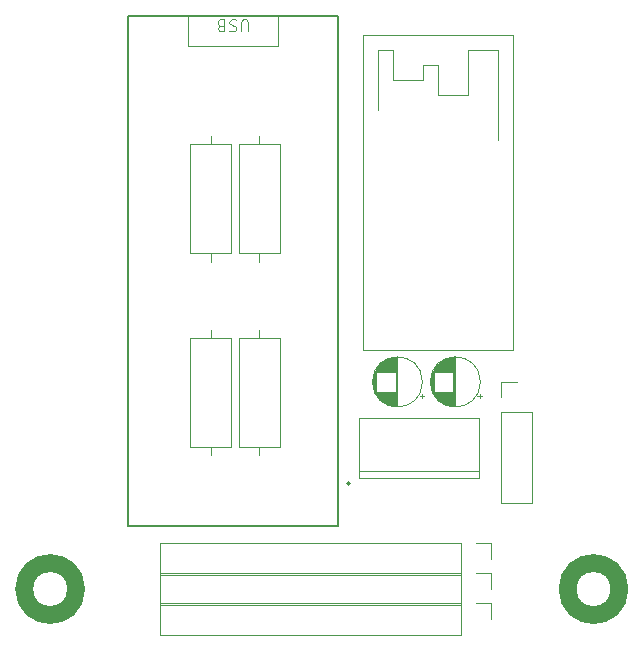
<source format=gbr>
%TF.GenerationSoftware,KiCad,Pcbnew,8.0.1*%
%TF.CreationDate,2024-05-08T13:58:46+07:00*%
%TF.ProjectId,Arduino_RC_Transceiver_DIY_2.0.0,41726475-696e-46f5-9f52-435f5472616e,rev?*%
%TF.SameCoordinates,Original*%
%TF.FileFunction,Legend,Top*%
%TF.FilePolarity,Positive*%
%FSLAX46Y46*%
G04 Gerber Fmt 4.6, Leading zero omitted, Abs format (unit mm)*
G04 Created by KiCad (PCBNEW 8.0.1) date 2024-05-08 13:58:46*
%MOMM*%
%LPD*%
G01*
G04 APERTURE LIST*
%ADD10C,0.100000*%
%ADD11C,0.127000*%
%ADD12C,0.200000*%
%ADD13C,0.120000*%
%ADD14C,1.500000*%
G04 APERTURE END LIST*
D10*
X155853615Y-75208580D02*
X155853615Y-74399057D01*
X155853615Y-74399057D02*
X155805996Y-74303819D01*
X155805996Y-74303819D02*
X155758377Y-74256200D01*
X155758377Y-74256200D02*
X155663139Y-74208580D01*
X155663139Y-74208580D02*
X155472663Y-74208580D01*
X155472663Y-74208580D02*
X155377425Y-74256200D01*
X155377425Y-74256200D02*
X155329806Y-74303819D01*
X155329806Y-74303819D02*
X155282187Y-74399057D01*
X155282187Y-74399057D02*
X155282187Y-75208580D01*
X154853615Y-74256200D02*
X154710758Y-74208580D01*
X154710758Y-74208580D02*
X154472663Y-74208580D01*
X154472663Y-74208580D02*
X154377425Y-74256200D01*
X154377425Y-74256200D02*
X154329806Y-74303819D01*
X154329806Y-74303819D02*
X154282187Y-74399057D01*
X154282187Y-74399057D02*
X154282187Y-74494295D01*
X154282187Y-74494295D02*
X154329806Y-74589533D01*
X154329806Y-74589533D02*
X154377425Y-74637152D01*
X154377425Y-74637152D02*
X154472663Y-74684771D01*
X154472663Y-74684771D02*
X154663139Y-74732390D01*
X154663139Y-74732390D02*
X154758377Y-74780009D01*
X154758377Y-74780009D02*
X154805996Y-74827628D01*
X154805996Y-74827628D02*
X154853615Y-74922866D01*
X154853615Y-74922866D02*
X154853615Y-75018104D01*
X154853615Y-75018104D02*
X154805996Y-75113342D01*
X154805996Y-75113342D02*
X154758377Y-75160961D01*
X154758377Y-75160961D02*
X154663139Y-75208580D01*
X154663139Y-75208580D02*
X154425044Y-75208580D01*
X154425044Y-75208580D02*
X154282187Y-75160961D01*
X153520282Y-74732390D02*
X153377425Y-74684771D01*
X153377425Y-74684771D02*
X153329806Y-74637152D01*
X153329806Y-74637152D02*
X153282187Y-74541914D01*
X153282187Y-74541914D02*
X153282187Y-74399057D01*
X153282187Y-74399057D02*
X153329806Y-74303819D01*
X153329806Y-74303819D02*
X153377425Y-74256200D01*
X153377425Y-74256200D02*
X153472663Y-74208580D01*
X153472663Y-74208580D02*
X153853615Y-74208580D01*
X153853615Y-74208580D02*
X153853615Y-75208580D01*
X153853615Y-75208580D02*
X153520282Y-75208580D01*
X153520282Y-75208580D02*
X153425044Y-75160961D01*
X153425044Y-75160961D02*
X153377425Y-75113342D01*
X153377425Y-75113342D02*
X153329806Y-75018104D01*
X153329806Y-75018104D02*
X153329806Y-74922866D01*
X153329806Y-74922866D02*
X153377425Y-74827628D01*
X153377425Y-74827628D02*
X153425044Y-74780009D01*
X153425044Y-74780009D02*
X153520282Y-74732390D01*
X153520282Y-74732390D02*
X153853615Y-74732390D01*
%TO.C,U3*%
X165220000Y-112405000D02*
X175380000Y-112405000D01*
X165220000Y-107960000D02*
X175380000Y-107960000D01*
X175380000Y-113040000D01*
X165220000Y-113040000D01*
X165220000Y-107960000D01*
D11*
%TO.C,U2*%
X145717500Y-73910000D02*
X163497500Y-73910000D01*
X145717500Y-117090000D02*
X145717500Y-73910000D01*
X163497500Y-73910000D02*
X163497500Y-117090000D01*
X163497500Y-117090000D02*
X145717500Y-117090000D01*
D10*
X158417500Y-76450000D02*
X150797500Y-76450000D01*
X150797500Y-73910000D01*
X158417500Y-73910000D01*
X158417500Y-76450000D01*
D12*
X164457500Y-113500000D02*
G75*
G02*
X164257500Y-113500000I-100000J0D01*
G01*
X164257500Y-113500000D02*
G75*
G02*
X164457500Y-113500000I100000J0D01*
G01*
D13*
%TO.C,C1*%
X175669801Y-106095000D02*
X175269801Y-106095000D01*
X175469801Y-106295000D02*
X175469801Y-105895000D01*
X173400000Y-106980000D02*
X173400000Y-102820000D01*
X173360000Y-106980000D02*
X173360000Y-102820000D01*
X173320000Y-106979000D02*
X173320000Y-102821000D01*
X173280000Y-106977000D02*
X173280000Y-102823000D01*
X173240000Y-106974000D02*
X173240000Y-102826000D01*
X173200000Y-106971000D02*
X173200000Y-105740000D01*
X173200000Y-104060000D02*
X173200000Y-102829000D01*
X173160000Y-106967000D02*
X173160000Y-105740000D01*
X173160000Y-104060000D02*
X173160000Y-102833000D01*
X173120000Y-106962000D02*
X173120000Y-105740000D01*
X173120000Y-104060000D02*
X173120000Y-102838000D01*
X173080000Y-106956000D02*
X173080000Y-105740000D01*
X173080000Y-104060000D02*
X173080000Y-102844000D01*
X173040000Y-106950000D02*
X173040000Y-105740000D01*
X173040000Y-104060000D02*
X173040000Y-102850000D01*
X173000000Y-106942000D02*
X173000000Y-105740000D01*
X173000000Y-104060000D02*
X173000000Y-102858000D01*
X172960000Y-106934000D02*
X172960000Y-105740000D01*
X172960000Y-104060000D02*
X172960000Y-102866000D01*
X172920000Y-106925000D02*
X172920000Y-105740000D01*
X172920000Y-104060000D02*
X172920000Y-102875000D01*
X172880000Y-106916000D02*
X172880000Y-105740000D01*
X172880000Y-104060000D02*
X172880000Y-102884000D01*
X172840000Y-106905000D02*
X172840000Y-105740000D01*
X172840000Y-104060000D02*
X172840000Y-102895000D01*
X172800000Y-106894000D02*
X172800000Y-105740000D01*
X172800000Y-104060000D02*
X172800000Y-102906000D01*
X172760000Y-106882000D02*
X172760000Y-105740000D01*
X172760000Y-104060000D02*
X172760000Y-102918000D01*
X172720000Y-106868000D02*
X172720000Y-105740000D01*
X172720000Y-104060000D02*
X172720000Y-102932000D01*
X172679000Y-106854000D02*
X172679000Y-105740000D01*
X172679000Y-104060000D02*
X172679000Y-102946000D01*
X172639000Y-106840000D02*
X172639000Y-105740000D01*
X172639000Y-104060000D02*
X172639000Y-102960000D01*
X172599000Y-106824000D02*
X172599000Y-105740000D01*
X172599000Y-104060000D02*
X172599000Y-102976000D01*
X172559000Y-106807000D02*
X172559000Y-105740000D01*
X172559000Y-104060000D02*
X172559000Y-102993000D01*
X172519000Y-106789000D02*
X172519000Y-105740000D01*
X172519000Y-104060000D02*
X172519000Y-103011000D01*
X172479000Y-106770000D02*
X172479000Y-105740000D01*
X172479000Y-104060000D02*
X172479000Y-103030000D01*
X172439000Y-106751000D02*
X172439000Y-105740000D01*
X172439000Y-104060000D02*
X172439000Y-103049000D01*
X172399000Y-106730000D02*
X172399000Y-105740000D01*
X172399000Y-104060000D02*
X172399000Y-103070000D01*
X172359000Y-106708000D02*
X172359000Y-105740000D01*
X172359000Y-104060000D02*
X172359000Y-103092000D01*
X172319000Y-106685000D02*
X172319000Y-105740000D01*
X172319000Y-104060000D02*
X172319000Y-103115000D01*
X172279000Y-106660000D02*
X172279000Y-105740000D01*
X172279000Y-104060000D02*
X172279000Y-103140000D01*
X172239000Y-106635000D02*
X172239000Y-105740000D01*
X172239000Y-104060000D02*
X172239000Y-103165000D01*
X172199000Y-106608000D02*
X172199000Y-105740000D01*
X172199000Y-104060000D02*
X172199000Y-103192000D01*
X172159000Y-106580000D02*
X172159000Y-105740000D01*
X172159000Y-104060000D02*
X172159000Y-103220000D01*
X172119000Y-106550000D02*
X172119000Y-105740000D01*
X172119000Y-104060000D02*
X172119000Y-103250000D01*
X172079000Y-106519000D02*
X172079000Y-105740000D01*
X172079000Y-104060000D02*
X172079000Y-103281000D01*
X172039000Y-106487000D02*
X172039000Y-105740000D01*
X172039000Y-104060000D02*
X172039000Y-103313000D01*
X171999000Y-106452000D02*
X171999000Y-105740000D01*
X171999000Y-104060000D02*
X171999000Y-103348000D01*
X171959000Y-106416000D02*
X171959000Y-105740000D01*
X171959000Y-104060000D02*
X171959000Y-103384000D01*
X171919000Y-106378000D02*
X171919000Y-105740000D01*
X171919000Y-104060000D02*
X171919000Y-103422000D01*
X171879000Y-106338000D02*
X171879000Y-105740000D01*
X171879000Y-104060000D02*
X171879000Y-103462000D01*
X171839000Y-106296000D02*
X171839000Y-105740000D01*
X171839000Y-104060000D02*
X171839000Y-103504000D01*
X171799000Y-106251000D02*
X171799000Y-105740000D01*
X171799000Y-104060000D02*
X171799000Y-103549000D01*
X171759000Y-106204000D02*
X171759000Y-105740000D01*
X171759000Y-104060000D02*
X171759000Y-103596000D01*
X171719000Y-106154000D02*
X171719000Y-105740000D01*
X171719000Y-104060000D02*
X171719000Y-103646000D01*
X171679000Y-106100000D02*
X171679000Y-105740000D01*
X171679000Y-104060000D02*
X171679000Y-103700000D01*
X171639000Y-106042000D02*
X171639000Y-105740000D01*
X171639000Y-104060000D02*
X171639000Y-103758000D01*
X171599000Y-105980000D02*
X171599000Y-105740000D01*
X171599000Y-104060000D02*
X171599000Y-103820000D01*
X171559000Y-105913000D02*
X171559000Y-103887000D01*
X171519000Y-105840000D02*
X171519000Y-103960000D01*
X171479000Y-105759000D02*
X171479000Y-104041000D01*
X171439000Y-105668000D02*
X171439000Y-104132000D01*
X171399000Y-105564000D02*
X171399000Y-104236000D01*
X171359000Y-105437000D02*
X171359000Y-104363000D01*
X171319000Y-105270000D02*
X171319000Y-104530000D01*
X175520000Y-104900000D02*
G75*
G02*
X171280000Y-104900000I-2120000J0D01*
G01*
X171280000Y-104900000D02*
G75*
G02*
X175520000Y-104900000I2120000J0D01*
G01*
D14*
%TO.C,Hold_keep_3*%
X141300000Y-122440000D02*
G75*
G02*
X136900000Y-122440000I-2200000J0D01*
G01*
X136900000Y-122440000D02*
G75*
G02*
X141300000Y-122440000I2200000J0D01*
G01*
D13*
%TO.C,R3*%
X156800000Y-94710000D02*
X156800000Y-94020000D01*
X155080000Y-94020000D02*
X158520000Y-94020000D01*
X158520000Y-94020000D02*
X158520000Y-84780000D01*
X155080000Y-84780000D02*
X155080000Y-94020000D01*
X158520000Y-84780000D02*
X155080000Y-84780000D01*
X156800000Y-84090000D02*
X156800000Y-84780000D01*
%TO.C,J2*%
X177270000Y-115150000D02*
X179930000Y-115150000D01*
X177270000Y-107470000D02*
X177270000Y-115150000D01*
X177270000Y-107470000D02*
X179930000Y-107470000D01*
X179930000Y-107470000D02*
X179930000Y-115150000D01*
X177270000Y-106200000D02*
X177270000Y-104870000D01*
X177270000Y-104870000D02*
X178600000Y-104870000D01*
D10*
%TO.C,U1*%
X166820000Y-76835000D02*
X168090000Y-76835000D01*
X166820000Y-81915000D02*
X166820000Y-76835000D01*
X168090000Y-76835000D02*
X168090000Y-79375000D01*
X168090000Y-79375000D02*
X170630000Y-79375000D01*
X170630000Y-78105000D02*
X171900000Y-78105000D01*
X170630000Y-79375000D02*
X170630000Y-78105000D01*
X171900000Y-78105000D02*
X171900000Y-80645000D01*
X171900000Y-80645000D02*
X174440000Y-80645000D01*
X174440000Y-76835000D02*
X176980000Y-76835000D01*
X174440000Y-80645000D02*
X174440000Y-76835000D01*
X176980000Y-76835000D02*
X176980000Y-84455000D01*
X165550000Y-102235000D02*
X178250000Y-102235000D01*
X178250000Y-75565000D01*
X165550000Y-75565000D01*
X165550000Y-102235000D01*
D13*
%TO.C,R5*%
X152700000Y-84090000D02*
X152700000Y-84780000D01*
X154420000Y-84780000D02*
X150980000Y-84780000D01*
X150980000Y-84780000D02*
X150980000Y-94020000D01*
X154420000Y-94020000D02*
X154420000Y-84780000D01*
X150980000Y-94020000D02*
X154420000Y-94020000D01*
X152700000Y-94710000D02*
X152700000Y-94020000D01*
%TO.C,J5*%
X176460000Y-123650000D02*
X176460000Y-124980000D01*
X175130000Y-123650000D02*
X176460000Y-123650000D01*
X173860000Y-123650000D02*
X148400000Y-123650000D01*
X173860000Y-123650000D02*
X173860000Y-126310000D01*
X148400000Y-123650000D02*
X148400000Y-126310000D01*
X173860000Y-126310000D02*
X148400000Y-126310000D01*
%TO.C,J3*%
X176460000Y-118570000D02*
X176460000Y-119900000D01*
X175130000Y-118570000D02*
X176460000Y-118570000D01*
X173860000Y-118570000D02*
X148400000Y-118570000D01*
X173860000Y-118570000D02*
X173860000Y-121230000D01*
X148400000Y-118570000D02*
X148400000Y-121230000D01*
X173860000Y-121230000D02*
X148400000Y-121230000D01*
%TO.C,J4*%
X176460000Y-121110000D02*
X176460000Y-122440000D01*
X175130000Y-121110000D02*
X176460000Y-121110000D01*
X173860000Y-121110000D02*
X148400000Y-121110000D01*
X173860000Y-121110000D02*
X173860000Y-123770000D01*
X148400000Y-121110000D02*
X148400000Y-123770000D01*
X173860000Y-123770000D02*
X148400000Y-123770000D01*
%TO.C,R2*%
X155080000Y-101180000D02*
X155080000Y-110420000D01*
X155080000Y-110420000D02*
X158520000Y-110420000D01*
X156800000Y-100490000D02*
X156800000Y-101180000D01*
X156800000Y-111110000D02*
X156800000Y-110420000D01*
X158520000Y-101180000D02*
X155080000Y-101180000D01*
X158520000Y-110420000D02*
X158520000Y-101180000D01*
%TO.C,R1*%
X150980000Y-101180000D02*
X150980000Y-110420000D01*
X150980000Y-110420000D02*
X154420000Y-110420000D01*
X152700000Y-100490000D02*
X152700000Y-101180000D01*
X152700000Y-111110000D02*
X152700000Y-110420000D01*
X154420000Y-101180000D02*
X150980000Y-101180000D01*
X154420000Y-110420000D02*
X154420000Y-101180000D01*
%TO.C,C2*%
X170620000Y-104900000D02*
G75*
G02*
X166380000Y-104900000I-2120000J0D01*
G01*
X166380000Y-104900000D02*
G75*
G02*
X170620000Y-104900000I2120000J0D01*
G01*
X166419000Y-105270000D02*
X166419000Y-104530000D01*
X166459000Y-105437000D02*
X166459000Y-104363000D01*
X166499000Y-105564000D02*
X166499000Y-104236000D01*
X166539000Y-105668000D02*
X166539000Y-104132000D01*
X166579000Y-105759000D02*
X166579000Y-104041000D01*
X166619000Y-105840000D02*
X166619000Y-103960000D01*
X166659000Y-105913000D02*
X166659000Y-103887000D01*
X166699000Y-104060000D02*
X166699000Y-103820000D01*
X166699000Y-105980000D02*
X166699000Y-105740000D01*
X166739000Y-104060000D02*
X166739000Y-103758000D01*
X166739000Y-106042000D02*
X166739000Y-105740000D01*
X166779000Y-104060000D02*
X166779000Y-103700000D01*
X166779000Y-106100000D02*
X166779000Y-105740000D01*
X166819000Y-104060000D02*
X166819000Y-103646000D01*
X166819000Y-106154000D02*
X166819000Y-105740000D01*
X166859000Y-104060000D02*
X166859000Y-103596000D01*
X166859000Y-106204000D02*
X166859000Y-105740000D01*
X166899000Y-104060000D02*
X166899000Y-103549000D01*
X166899000Y-106251000D02*
X166899000Y-105740000D01*
X166939000Y-104060000D02*
X166939000Y-103504000D01*
X166939000Y-106296000D02*
X166939000Y-105740000D01*
X166979000Y-104060000D02*
X166979000Y-103462000D01*
X166979000Y-106338000D02*
X166979000Y-105740000D01*
X167019000Y-104060000D02*
X167019000Y-103422000D01*
X167019000Y-106378000D02*
X167019000Y-105740000D01*
X167059000Y-104060000D02*
X167059000Y-103384000D01*
X167059000Y-106416000D02*
X167059000Y-105740000D01*
X167099000Y-104060000D02*
X167099000Y-103348000D01*
X167099000Y-106452000D02*
X167099000Y-105740000D01*
X167139000Y-104060000D02*
X167139000Y-103313000D01*
X167139000Y-106487000D02*
X167139000Y-105740000D01*
X167179000Y-104060000D02*
X167179000Y-103281000D01*
X167179000Y-106519000D02*
X167179000Y-105740000D01*
X167219000Y-104060000D02*
X167219000Y-103250000D01*
X167219000Y-106550000D02*
X167219000Y-105740000D01*
X167259000Y-104060000D02*
X167259000Y-103220000D01*
X167259000Y-106580000D02*
X167259000Y-105740000D01*
X167299000Y-104060000D02*
X167299000Y-103192000D01*
X167299000Y-106608000D02*
X167299000Y-105740000D01*
X167339000Y-104060000D02*
X167339000Y-103165000D01*
X167339000Y-106635000D02*
X167339000Y-105740000D01*
X167379000Y-104060000D02*
X167379000Y-103140000D01*
X167379000Y-106660000D02*
X167379000Y-105740000D01*
X167419000Y-104060000D02*
X167419000Y-103115000D01*
X167419000Y-106685000D02*
X167419000Y-105740000D01*
X167459000Y-104060000D02*
X167459000Y-103092000D01*
X167459000Y-106708000D02*
X167459000Y-105740000D01*
X167499000Y-104060000D02*
X167499000Y-103070000D01*
X167499000Y-106730000D02*
X167499000Y-105740000D01*
X167539000Y-104060000D02*
X167539000Y-103049000D01*
X167539000Y-106751000D02*
X167539000Y-105740000D01*
X167579000Y-104060000D02*
X167579000Y-103030000D01*
X167579000Y-106770000D02*
X167579000Y-105740000D01*
X167619000Y-104060000D02*
X167619000Y-103011000D01*
X167619000Y-106789000D02*
X167619000Y-105740000D01*
X167659000Y-104060000D02*
X167659000Y-102993000D01*
X167659000Y-106807000D02*
X167659000Y-105740000D01*
X167699000Y-104060000D02*
X167699000Y-102976000D01*
X167699000Y-106824000D02*
X167699000Y-105740000D01*
X167739000Y-104060000D02*
X167739000Y-102960000D01*
X167739000Y-106840000D02*
X167739000Y-105740000D01*
X167779000Y-104060000D02*
X167779000Y-102946000D01*
X167779000Y-106854000D02*
X167779000Y-105740000D01*
X167820000Y-104060000D02*
X167820000Y-102932000D01*
X167820000Y-106868000D02*
X167820000Y-105740000D01*
X167860000Y-104060000D02*
X167860000Y-102918000D01*
X167860000Y-106882000D02*
X167860000Y-105740000D01*
X167900000Y-104060000D02*
X167900000Y-102906000D01*
X167900000Y-106894000D02*
X167900000Y-105740000D01*
X167940000Y-104060000D02*
X167940000Y-102895000D01*
X167940000Y-106905000D02*
X167940000Y-105740000D01*
X167980000Y-104060000D02*
X167980000Y-102884000D01*
X167980000Y-106916000D02*
X167980000Y-105740000D01*
X168020000Y-104060000D02*
X168020000Y-102875000D01*
X168020000Y-106925000D02*
X168020000Y-105740000D01*
X168060000Y-104060000D02*
X168060000Y-102866000D01*
X168060000Y-106934000D02*
X168060000Y-105740000D01*
X168100000Y-104060000D02*
X168100000Y-102858000D01*
X168100000Y-106942000D02*
X168100000Y-105740000D01*
X168140000Y-104060000D02*
X168140000Y-102850000D01*
X168140000Y-106950000D02*
X168140000Y-105740000D01*
X168180000Y-104060000D02*
X168180000Y-102844000D01*
X168180000Y-106956000D02*
X168180000Y-105740000D01*
X168220000Y-104060000D02*
X168220000Y-102838000D01*
X168220000Y-106962000D02*
X168220000Y-105740000D01*
X168260000Y-104060000D02*
X168260000Y-102833000D01*
X168260000Y-106967000D02*
X168260000Y-105740000D01*
X168300000Y-104060000D02*
X168300000Y-102829000D01*
X168300000Y-106971000D02*
X168300000Y-105740000D01*
X168340000Y-106974000D02*
X168340000Y-102826000D01*
X168380000Y-106977000D02*
X168380000Y-102823000D01*
X168420000Y-106979000D02*
X168420000Y-102821000D01*
X168460000Y-106980000D02*
X168460000Y-102820000D01*
X168500000Y-106980000D02*
X168500000Y-102820000D01*
X170569801Y-106295000D02*
X170569801Y-105895000D01*
X170769801Y-106095000D02*
X170369801Y-106095000D01*
D14*
%TO.C,Hold_keep_4*%
X187300000Y-122440000D02*
G75*
G02*
X182900000Y-122440000I-2200000J0D01*
G01*
X182900000Y-122440000D02*
G75*
G02*
X187300000Y-122440000I2200000J0D01*
G01*
%TD*%
M02*

</source>
